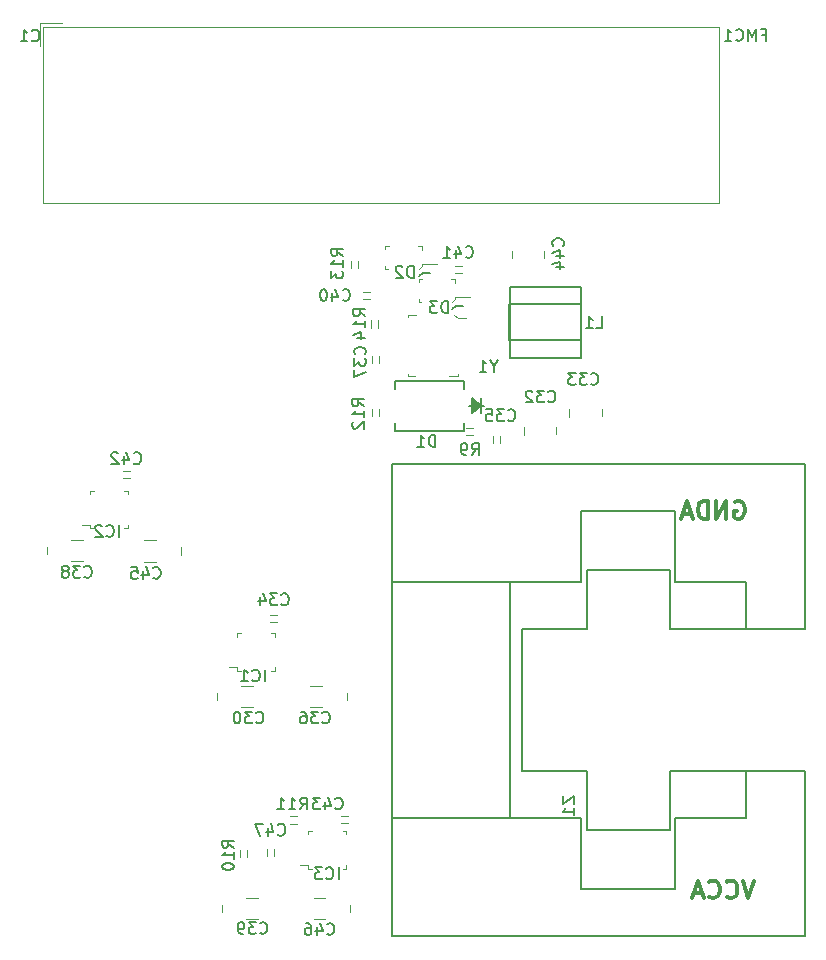
<source format=gbr>
%TF.GenerationSoftware,KiCad,Pcbnew,(5.0.0-rc2-dev-581-g09a6bada0)*%
%TF.CreationDate,2018-07-03T10:36:25-06:00*%
%TF.ProjectId,Sensor_FMC_LPC_Breakout_V02,53656E736F725F464D435F4C50435F42,01*%
%TF.SameCoordinates,Original*%
%TF.FileFunction,Legend,Bot*%
%TF.FilePolarity,Positive*%
%FSLAX46Y46*%
G04 Gerber Fmt 4.6, Leading zero omitted, Abs format (unit mm)*
G04 Created by KiCad (PCBNEW (5.0.0-rc2-dev-581-g09a6bada0)) date 07/03/18 10:36:25*
%MOMM*%
%LPD*%
G01*
G04 APERTURE LIST*
%ADD10C,0.300000*%
%ADD11C,0.200000*%
%ADD12C,0.100000*%
%ADD13C,0.120000*%
%ADD14C,0.152400*%
%ADD15C,0.150000*%
G04 APERTURE END LIST*
D10*
X95035714Y-92690000D02*
X95178571Y-92618571D01*
X95392857Y-92618571D01*
X95607142Y-92690000D01*
X95750000Y-92832857D01*
X95821428Y-92975714D01*
X95892857Y-93261428D01*
X95892857Y-93475714D01*
X95821428Y-93761428D01*
X95750000Y-93904285D01*
X95607142Y-94047142D01*
X95392857Y-94118571D01*
X95250000Y-94118571D01*
X95035714Y-94047142D01*
X94964285Y-93975714D01*
X94964285Y-93475714D01*
X95250000Y-93475714D01*
X94321428Y-94118571D02*
X94321428Y-92618571D01*
X93464285Y-94118571D01*
X93464285Y-92618571D01*
X92750000Y-94118571D02*
X92750000Y-92618571D01*
X92392857Y-92618571D01*
X92178571Y-92690000D01*
X92035714Y-92832857D01*
X91964285Y-92975714D01*
X91892857Y-93261428D01*
X91892857Y-93475714D01*
X91964285Y-93761428D01*
X92035714Y-93904285D01*
X92178571Y-94047142D01*
X92392857Y-94118571D01*
X92750000Y-94118571D01*
X91321428Y-93690000D02*
X90607142Y-93690000D01*
X91464285Y-94118571D02*
X90964285Y-92618571D01*
X90464285Y-94118571D01*
X96682857Y-124758571D02*
X96182857Y-126258571D01*
X95682857Y-124758571D01*
X94325714Y-126115714D02*
X94397142Y-126187142D01*
X94611428Y-126258571D01*
X94754285Y-126258571D01*
X94968571Y-126187142D01*
X95111428Y-126044285D01*
X95182857Y-125901428D01*
X95254285Y-125615714D01*
X95254285Y-125401428D01*
X95182857Y-125115714D01*
X95111428Y-124972857D01*
X94968571Y-124830000D01*
X94754285Y-124758571D01*
X94611428Y-124758571D01*
X94397142Y-124830000D01*
X94325714Y-124901428D01*
X92825714Y-126115714D02*
X92897142Y-126187142D01*
X93111428Y-126258571D01*
X93254285Y-126258571D01*
X93468571Y-126187142D01*
X93611428Y-126044285D01*
X93682857Y-125901428D01*
X93754285Y-125615714D01*
X93754285Y-125401428D01*
X93682857Y-125115714D01*
X93611428Y-124972857D01*
X93468571Y-124830000D01*
X93254285Y-124758571D01*
X93111428Y-124758571D01*
X92897142Y-124830000D01*
X92825714Y-124901428D01*
X92254285Y-125830000D02*
X91540000Y-125830000D01*
X92397142Y-126258571D02*
X91897142Y-124758571D01*
X91397142Y-126258571D01*
D11*
X101000000Y-103450000D02*
X101000000Y-89450000D01*
X101000000Y-115450000D02*
X101000000Y-129450000D01*
X96000000Y-119450000D02*
X96000000Y-115450000D01*
X96000000Y-99450000D02*
X96000000Y-103450000D01*
X95000000Y-115450000D02*
X101000000Y-115450000D01*
X95000000Y-103450000D02*
X101000000Y-103450000D01*
X66000000Y-89450000D02*
X101000000Y-89450000D01*
X66000000Y-129450000D02*
X101000000Y-129450000D01*
X76000000Y-119450000D02*
X82000000Y-119450000D01*
X90000000Y-99450000D02*
X96000000Y-99450000D01*
X90000000Y-93450000D02*
X90000000Y-99450000D01*
X82000000Y-93450000D02*
X90000000Y-93450000D01*
X82000000Y-99450000D02*
X82000000Y-93450000D01*
X76000000Y-99450000D02*
X82000000Y-99450000D01*
X76000000Y-119450000D02*
X76000000Y-99450000D01*
X82000000Y-125450000D02*
X82000000Y-119450000D01*
X90000000Y-125450000D02*
X82000000Y-125450000D01*
X90000000Y-119450000D02*
X90000000Y-125450000D01*
X96000000Y-119450000D02*
X90000000Y-119450000D01*
X89500000Y-103450000D02*
X95000000Y-103450000D01*
X77000000Y-103450000D02*
X82500000Y-103450000D01*
X89500000Y-98450000D02*
X89500000Y-103450000D01*
X82500000Y-98450000D02*
X89500000Y-98450000D01*
X82500000Y-103450000D02*
X82500000Y-98450000D01*
X78000000Y-115450000D02*
X82500000Y-115450000D01*
X89500000Y-115450000D02*
X95000000Y-115450000D01*
X89500000Y-120450000D02*
X89500000Y-115450000D01*
X82500000Y-120450000D02*
X89500000Y-120450000D01*
X82500000Y-115450000D02*
X82500000Y-120450000D01*
X77000000Y-115450000D02*
X77000000Y-103450000D01*
X78000000Y-115450000D02*
X77000000Y-115450000D01*
X66000000Y-89450000D02*
X66000000Y-129450000D01*
X76000000Y-99450000D02*
X66000000Y-99450000D01*
X76000000Y-119450000D02*
X66000000Y-119450000D01*
D12*
X71325000Y-75500000D02*
X71350000Y-75475000D01*
X71350000Y-75475000D02*
X71350000Y-75350000D01*
X71050000Y-75750000D02*
X71325000Y-75500000D01*
X71350000Y-75350000D02*
X72575000Y-75350000D01*
X71000000Y-73825000D02*
X71350000Y-73825000D01*
X71350000Y-73825000D02*
X71350000Y-74150000D01*
X68250000Y-75525000D02*
X68250000Y-75775000D01*
X68250000Y-75775000D02*
X68500000Y-75775000D01*
X68550000Y-73825000D02*
X68250000Y-73825000D01*
X68250000Y-73825000D02*
X68250000Y-74050000D01*
D11*
X72050000Y-76100000D02*
X71400000Y-76100000D01*
X71400000Y-76100000D02*
X71100000Y-76350000D01*
D12*
X68525000Y-72700000D02*
X68550000Y-72675000D01*
X68550000Y-72675000D02*
X68550000Y-72550000D01*
X68250000Y-72950000D02*
X68525000Y-72700000D01*
X68550000Y-72550000D02*
X69775000Y-72550000D01*
X68200000Y-71025000D02*
X68550000Y-71025000D01*
X68550000Y-71025000D02*
X68550000Y-71350000D01*
X65450000Y-72725000D02*
X65450000Y-72975000D01*
X65450000Y-72975000D02*
X65700000Y-72975000D01*
X65750000Y-71025000D02*
X65450000Y-71025000D01*
X65450000Y-71025000D02*
X65450000Y-71250000D01*
D11*
X69250000Y-73300000D02*
X68600000Y-73300000D01*
X68600000Y-73300000D02*
X68300000Y-73550000D01*
X76000000Y-74500000D02*
X76000000Y-80500000D01*
X82000000Y-74500000D02*
X76000000Y-74500000D01*
X82000000Y-80500000D02*
X82000000Y-74500000D01*
X76000000Y-80500000D02*
X82000000Y-80500000D01*
X75952000Y-75976000D02*
X75952000Y-79024000D01*
X82048000Y-75976000D02*
X75952000Y-75976000D01*
X82048000Y-79024000D02*
X82048000Y-75976000D01*
X75952000Y-79024000D02*
X82048000Y-79024000D01*
D13*
X36160000Y-52170000D02*
X38060000Y-52170000D01*
X36160000Y-54070000D02*
X36160000Y-52170000D01*
X93670000Y-52460000D02*
X36450000Y-52460000D01*
X93670000Y-67360000D02*
X93670000Y-52460000D01*
X36450000Y-67360000D02*
X93670000Y-67360000D01*
X36450000Y-52460000D02*
X36450000Y-67360000D01*
D12*
X83750000Y-84825000D02*
X83750000Y-85465000D01*
X81010000Y-84825000D02*
X81010000Y-85475000D01*
X51150000Y-109450000D02*
X51150000Y-108850000D01*
X53750000Y-108250000D02*
X53250000Y-108250000D01*
X53750000Y-108250000D02*
X54250000Y-108250000D01*
X53750000Y-110050000D02*
X53250000Y-110050000D01*
X53750000Y-110050000D02*
X54250000Y-110050000D01*
X79900000Y-86345000D02*
X79900000Y-86985000D01*
X77160000Y-86345000D02*
X77160000Y-86995000D01*
D13*
X56300000Y-102860000D02*
X55700000Y-102860000D01*
X56300000Y-102260000D02*
X55700000Y-102260000D01*
X75160000Y-87090000D02*
X75160000Y-87690000D01*
X74560000Y-87090000D02*
X74560000Y-87690000D01*
D12*
X62170000Y-108860000D02*
X62170000Y-109460000D01*
X59570000Y-110060000D02*
X60070000Y-110060000D01*
X59570000Y-110060000D02*
X59070000Y-110060000D01*
X59570000Y-108260000D02*
X60070000Y-108260000D01*
X59570000Y-108260000D02*
X59070000Y-108260000D01*
D13*
X64290000Y-80960000D02*
X64290000Y-80360000D01*
X64890000Y-80960000D02*
X64890000Y-80360000D01*
D12*
X36760000Y-97120000D02*
X36760000Y-96520000D01*
X39360000Y-95920000D02*
X38860000Y-95920000D01*
X39360000Y-95920000D02*
X39860000Y-95920000D01*
X39360000Y-97720000D02*
X38860000Y-97720000D01*
X39360000Y-97720000D02*
X39860000Y-97720000D01*
X51570000Y-127400000D02*
X51570000Y-126800000D01*
X54170000Y-126200000D02*
X53670000Y-126200000D01*
X54170000Y-126200000D02*
X54670000Y-126200000D01*
X54170000Y-128000000D02*
X53670000Y-128000000D01*
X54170000Y-128000000D02*
X54670000Y-128000000D01*
D13*
X64180000Y-75550000D02*
X63580000Y-75550000D01*
X64180000Y-74950000D02*
X63580000Y-74950000D01*
X71900000Y-72700000D02*
X71300000Y-72700000D01*
X71900000Y-73300000D02*
X71300000Y-73300000D01*
X43840000Y-90670000D02*
X43240000Y-90670000D01*
X43840000Y-90070000D02*
X43240000Y-90070000D01*
X62310000Y-119880000D02*
X61710000Y-119880000D01*
X62310000Y-119280000D02*
X61710000Y-119280000D01*
D12*
X76140000Y-72090000D02*
X76140000Y-71450000D01*
X78880000Y-72090000D02*
X78880000Y-71440000D01*
X48120000Y-96560000D02*
X48120000Y-97160000D01*
X45520000Y-97760000D02*
X46020000Y-97760000D01*
X45520000Y-97760000D02*
X45020000Y-97760000D01*
X45520000Y-95960000D02*
X46020000Y-95960000D01*
X45520000Y-95960000D02*
X45020000Y-95960000D01*
X62470000Y-126810000D02*
X62470000Y-127410000D01*
X59870000Y-128010000D02*
X60370000Y-128010000D01*
X59870000Y-128010000D02*
X59370000Y-128010000D01*
X59870000Y-126210000D02*
X60370000Y-126210000D01*
X59870000Y-126210000D02*
X59370000Y-126210000D01*
D13*
X55410000Y-122670000D02*
X55410000Y-122070000D01*
X56010000Y-122670000D02*
X56010000Y-122070000D01*
D14*
X72513001Y-84560000D02*
X73783001Y-84560000D01*
X73529001Y-83925000D02*
X73529001Y-85195000D01*
X73529001Y-84560000D02*
X72767001Y-83925000D01*
X73529001Y-84560000D02*
X72767001Y-84052000D01*
X73529001Y-84560000D02*
X72767001Y-84179000D01*
X73529001Y-84560000D02*
X72767001Y-84306000D01*
X73529001Y-84560000D02*
X72767001Y-84433000D01*
X73529001Y-84560000D02*
X72767001Y-85195000D01*
X73529001Y-84560000D02*
X72767001Y-85068000D01*
X73529001Y-84560000D02*
X72767001Y-84941000D01*
X73529001Y-84560000D02*
X72767001Y-84814000D01*
X73529001Y-84560000D02*
X72767001Y-84687000D01*
X72767001Y-83925000D02*
X72767001Y-85195000D01*
X72132001Y-86657000D02*
X66287999Y-86657000D01*
X66287999Y-86657000D02*
X66287999Y-85997740D01*
X66287999Y-82463000D02*
X72132001Y-82463000D01*
X72132001Y-82463000D02*
X72132001Y-83122260D01*
X72132001Y-85997740D02*
X72132001Y-86657000D01*
X66287999Y-83122260D02*
X66287999Y-82463000D01*
D12*
X53200000Y-103820000D02*
X52900000Y-103820000D01*
X52900000Y-103820000D02*
X52900000Y-104120000D01*
X53200000Y-107020000D02*
X52900000Y-107020000D01*
X52900000Y-107020000D02*
X52900000Y-106720000D01*
X52900000Y-106720000D02*
X52200000Y-106720000D01*
X56100000Y-106720000D02*
X56100000Y-107020000D01*
X56100000Y-107020000D02*
X55800000Y-107020000D01*
X56100000Y-104120000D02*
X56100000Y-103820000D01*
X56100000Y-103820000D02*
X55800000Y-103820000D01*
X40740000Y-91750000D02*
X40440000Y-91750000D01*
X40440000Y-91750000D02*
X40440000Y-92050000D01*
X40740000Y-94950000D02*
X40440000Y-94950000D01*
X40440000Y-94950000D02*
X40440000Y-94650000D01*
X40440000Y-94650000D02*
X39740000Y-94650000D01*
X43640000Y-94650000D02*
X43640000Y-94950000D01*
X43640000Y-94950000D02*
X43340000Y-94950000D01*
X43640000Y-92050000D02*
X43640000Y-91750000D01*
X43640000Y-91750000D02*
X43340000Y-91750000D01*
X59220000Y-120540000D02*
X58920000Y-120540000D01*
X58920000Y-120540000D02*
X58920000Y-120840000D01*
X59220000Y-123740000D02*
X58920000Y-123740000D01*
X58920000Y-123740000D02*
X58920000Y-123440000D01*
X58920000Y-123440000D02*
X58220000Y-123440000D01*
X62120000Y-123440000D02*
X62120000Y-123740000D01*
X62120000Y-123740000D02*
X61820000Y-123740000D01*
X62120000Y-120840000D02*
X62120000Y-120540000D01*
X62120000Y-120540000D02*
X61820000Y-120540000D01*
D13*
X72300000Y-86440000D02*
X72900000Y-86440000D01*
X72300000Y-87040000D02*
X72900000Y-87040000D01*
X53710000Y-122160000D02*
X53710000Y-122760000D01*
X53110000Y-122160000D02*
X53110000Y-122760000D01*
X57940000Y-119930000D02*
X57340000Y-119930000D01*
X57940000Y-119330000D02*
X57340000Y-119330000D01*
X64290000Y-85400000D02*
X64290000Y-84800000D01*
X64890000Y-85400000D02*
X64890000Y-84800000D01*
X62500000Y-72900000D02*
X62500000Y-72300000D01*
X63100000Y-72900000D02*
X63100000Y-72300000D01*
X64240000Y-77940000D02*
X64240000Y-77340000D01*
X64840000Y-77940000D02*
X64840000Y-77340000D01*
D12*
X71570000Y-81850000D02*
X71570000Y-82050000D01*
X71570000Y-82050000D02*
X70870000Y-82050000D01*
X67370000Y-81850000D02*
X67370000Y-82050000D01*
X67370000Y-82050000D02*
X67970000Y-82050000D01*
X68070000Y-76850000D02*
X67370000Y-76850000D01*
X67370000Y-76850000D02*
X67370000Y-77050000D01*
X71270000Y-76850000D02*
X71570000Y-77150000D01*
X71570000Y-77150000D02*
X72270000Y-77150000D01*
D15*
X80452380Y-117640476D02*
X80452380Y-118307142D01*
X81452380Y-117640476D01*
X81452380Y-118307142D01*
X81452380Y-119211904D02*
X81452380Y-118640476D01*
X81452380Y-118926190D02*
X80452380Y-118926190D01*
X80595238Y-118830952D01*
X80690476Y-118735714D01*
X80738095Y-118640476D01*
X70738095Y-76702380D02*
X70738095Y-75702380D01*
X70500000Y-75702380D01*
X70357142Y-75750000D01*
X70261904Y-75845238D01*
X70214285Y-75940476D01*
X70166666Y-76130952D01*
X70166666Y-76273809D01*
X70214285Y-76464285D01*
X70261904Y-76559523D01*
X70357142Y-76654761D01*
X70500000Y-76702380D01*
X70738095Y-76702380D01*
X69833333Y-75702380D02*
X69214285Y-75702380D01*
X69547619Y-76083333D01*
X69404761Y-76083333D01*
X69309523Y-76130952D01*
X69261904Y-76178571D01*
X69214285Y-76273809D01*
X69214285Y-76511904D01*
X69261904Y-76607142D01*
X69309523Y-76654761D01*
X69404761Y-76702380D01*
X69690476Y-76702380D01*
X69785714Y-76654761D01*
X69833333Y-76607142D01*
X67838095Y-73702380D02*
X67838095Y-72702380D01*
X67600000Y-72702380D01*
X67457142Y-72750000D01*
X67361904Y-72845238D01*
X67314285Y-72940476D01*
X67266666Y-73130952D01*
X67266666Y-73273809D01*
X67314285Y-73464285D01*
X67361904Y-73559523D01*
X67457142Y-73654761D01*
X67600000Y-73702380D01*
X67838095Y-73702380D01*
X66885714Y-72797619D02*
X66838095Y-72750000D01*
X66742857Y-72702380D01*
X66504761Y-72702380D01*
X66409523Y-72750000D01*
X66361904Y-72797619D01*
X66314285Y-72892857D01*
X66314285Y-72988095D01*
X66361904Y-73130952D01*
X66933333Y-73702380D01*
X66314285Y-73702380D01*
X83266666Y-78002380D02*
X83742857Y-78002380D01*
X83742857Y-77002380D01*
X82409523Y-78002380D02*
X82980952Y-78002380D01*
X82695238Y-78002380D02*
X82695238Y-77002380D01*
X82790476Y-77145238D01*
X82885714Y-77240476D01*
X82980952Y-77288095D01*
X97364761Y-53138571D02*
X97698095Y-53138571D01*
X97698095Y-53662380D02*
X97698095Y-52662380D01*
X97221904Y-52662380D01*
X96840952Y-53662380D02*
X96840952Y-52662380D01*
X96507619Y-53376666D01*
X96174285Y-52662380D01*
X96174285Y-53662380D01*
X95126666Y-53567142D02*
X95174285Y-53614761D01*
X95317142Y-53662380D01*
X95412380Y-53662380D01*
X95555238Y-53614761D01*
X95650476Y-53519523D01*
X95698095Y-53424285D01*
X95745714Y-53233809D01*
X95745714Y-53090952D01*
X95698095Y-52900476D01*
X95650476Y-52805238D01*
X95555238Y-52710000D01*
X95412380Y-52662380D01*
X95317142Y-52662380D01*
X95174285Y-52710000D01*
X95126666Y-52757619D01*
X94174285Y-53662380D02*
X94745714Y-53662380D01*
X94460000Y-53662380D02*
X94460000Y-52662380D01*
X94555238Y-52805238D01*
X94650476Y-52900476D01*
X94745714Y-52948095D01*
X35508666Y-53612342D02*
X35556285Y-53659961D01*
X35699142Y-53707580D01*
X35794380Y-53707580D01*
X35937238Y-53659961D01*
X36032476Y-53564723D01*
X36080095Y-53469485D01*
X36127714Y-53279009D01*
X36127714Y-53136152D01*
X36080095Y-52945676D01*
X36032476Y-52850438D01*
X35937238Y-52755200D01*
X35794380Y-52707580D01*
X35699142Y-52707580D01*
X35556285Y-52755200D01*
X35508666Y-52802819D01*
X34556285Y-53707580D02*
X35127714Y-53707580D01*
X34842000Y-53707580D02*
X34842000Y-52707580D01*
X34937238Y-52850438D01*
X35032476Y-52945676D01*
X35127714Y-52993295D01*
X82842857Y-82687142D02*
X82890476Y-82734761D01*
X83033333Y-82782380D01*
X83128571Y-82782380D01*
X83271428Y-82734761D01*
X83366666Y-82639523D01*
X83414285Y-82544285D01*
X83461904Y-82353809D01*
X83461904Y-82210952D01*
X83414285Y-82020476D01*
X83366666Y-81925238D01*
X83271428Y-81830000D01*
X83128571Y-81782380D01*
X83033333Y-81782380D01*
X82890476Y-81830000D01*
X82842857Y-81877619D01*
X82509523Y-81782380D02*
X81890476Y-81782380D01*
X82223809Y-82163333D01*
X82080952Y-82163333D01*
X81985714Y-82210952D01*
X81938095Y-82258571D01*
X81890476Y-82353809D01*
X81890476Y-82591904D01*
X81938095Y-82687142D01*
X81985714Y-82734761D01*
X82080952Y-82782380D01*
X82366666Y-82782380D01*
X82461904Y-82734761D01*
X82509523Y-82687142D01*
X81557142Y-81782380D02*
X80938095Y-81782380D01*
X81271428Y-82163333D01*
X81128571Y-82163333D01*
X81033333Y-82210952D01*
X80985714Y-82258571D01*
X80938095Y-82353809D01*
X80938095Y-82591904D01*
X80985714Y-82687142D01*
X81033333Y-82734761D01*
X81128571Y-82782380D01*
X81414285Y-82782380D01*
X81509523Y-82734761D01*
X81557142Y-82687142D01*
X54492857Y-111357142D02*
X54540476Y-111404761D01*
X54683333Y-111452380D01*
X54778571Y-111452380D01*
X54921428Y-111404761D01*
X55016666Y-111309523D01*
X55064285Y-111214285D01*
X55111904Y-111023809D01*
X55111904Y-110880952D01*
X55064285Y-110690476D01*
X55016666Y-110595238D01*
X54921428Y-110500000D01*
X54778571Y-110452380D01*
X54683333Y-110452380D01*
X54540476Y-110500000D01*
X54492857Y-110547619D01*
X54159523Y-110452380D02*
X53540476Y-110452380D01*
X53873809Y-110833333D01*
X53730952Y-110833333D01*
X53635714Y-110880952D01*
X53588095Y-110928571D01*
X53540476Y-111023809D01*
X53540476Y-111261904D01*
X53588095Y-111357142D01*
X53635714Y-111404761D01*
X53730952Y-111452380D01*
X54016666Y-111452380D01*
X54111904Y-111404761D01*
X54159523Y-111357142D01*
X52921428Y-110452380D02*
X52826190Y-110452380D01*
X52730952Y-110500000D01*
X52683333Y-110547619D01*
X52635714Y-110642857D01*
X52588095Y-110833333D01*
X52588095Y-111071428D01*
X52635714Y-111261904D01*
X52683333Y-111357142D01*
X52730952Y-111404761D01*
X52826190Y-111452380D01*
X52921428Y-111452380D01*
X53016666Y-111404761D01*
X53064285Y-111357142D01*
X53111904Y-111261904D01*
X53159523Y-111071428D01*
X53159523Y-110833333D01*
X53111904Y-110642857D01*
X53064285Y-110547619D01*
X53016666Y-110500000D01*
X52921428Y-110452380D01*
X79212857Y-84187142D02*
X79260476Y-84234761D01*
X79403333Y-84282380D01*
X79498571Y-84282380D01*
X79641428Y-84234761D01*
X79736666Y-84139523D01*
X79784285Y-84044285D01*
X79831904Y-83853809D01*
X79831904Y-83710952D01*
X79784285Y-83520476D01*
X79736666Y-83425238D01*
X79641428Y-83330000D01*
X79498571Y-83282380D01*
X79403333Y-83282380D01*
X79260476Y-83330000D01*
X79212857Y-83377619D01*
X78879523Y-83282380D02*
X78260476Y-83282380D01*
X78593809Y-83663333D01*
X78450952Y-83663333D01*
X78355714Y-83710952D01*
X78308095Y-83758571D01*
X78260476Y-83853809D01*
X78260476Y-84091904D01*
X78308095Y-84187142D01*
X78355714Y-84234761D01*
X78450952Y-84282380D01*
X78736666Y-84282380D01*
X78831904Y-84234761D01*
X78879523Y-84187142D01*
X77879523Y-83377619D02*
X77831904Y-83330000D01*
X77736666Y-83282380D01*
X77498571Y-83282380D01*
X77403333Y-83330000D01*
X77355714Y-83377619D01*
X77308095Y-83472857D01*
X77308095Y-83568095D01*
X77355714Y-83710952D01*
X77927142Y-84282380D01*
X77308095Y-84282380D01*
X56642857Y-101357142D02*
X56690476Y-101404761D01*
X56833333Y-101452380D01*
X56928571Y-101452380D01*
X57071428Y-101404761D01*
X57166666Y-101309523D01*
X57214285Y-101214285D01*
X57261904Y-101023809D01*
X57261904Y-100880952D01*
X57214285Y-100690476D01*
X57166666Y-100595238D01*
X57071428Y-100500000D01*
X56928571Y-100452380D01*
X56833333Y-100452380D01*
X56690476Y-100500000D01*
X56642857Y-100547619D01*
X56309523Y-100452380D02*
X55690476Y-100452380D01*
X56023809Y-100833333D01*
X55880952Y-100833333D01*
X55785714Y-100880952D01*
X55738095Y-100928571D01*
X55690476Y-101023809D01*
X55690476Y-101261904D01*
X55738095Y-101357142D01*
X55785714Y-101404761D01*
X55880952Y-101452380D01*
X56166666Y-101452380D01*
X56261904Y-101404761D01*
X56309523Y-101357142D01*
X54833333Y-100785714D02*
X54833333Y-101452380D01*
X55071428Y-100404761D02*
X55309523Y-101119047D01*
X54690476Y-101119047D01*
X75832857Y-85767142D02*
X75880476Y-85814761D01*
X76023333Y-85862380D01*
X76118571Y-85862380D01*
X76261428Y-85814761D01*
X76356666Y-85719523D01*
X76404285Y-85624285D01*
X76451904Y-85433809D01*
X76451904Y-85290952D01*
X76404285Y-85100476D01*
X76356666Y-85005238D01*
X76261428Y-84910000D01*
X76118571Y-84862380D01*
X76023333Y-84862380D01*
X75880476Y-84910000D01*
X75832857Y-84957619D01*
X75499523Y-84862380D02*
X74880476Y-84862380D01*
X75213809Y-85243333D01*
X75070952Y-85243333D01*
X74975714Y-85290952D01*
X74928095Y-85338571D01*
X74880476Y-85433809D01*
X74880476Y-85671904D01*
X74928095Y-85767142D01*
X74975714Y-85814761D01*
X75070952Y-85862380D01*
X75356666Y-85862380D01*
X75451904Y-85814761D01*
X75499523Y-85767142D01*
X73975714Y-84862380D02*
X74451904Y-84862380D01*
X74499523Y-85338571D01*
X74451904Y-85290952D01*
X74356666Y-85243333D01*
X74118571Y-85243333D01*
X74023333Y-85290952D01*
X73975714Y-85338571D01*
X73928095Y-85433809D01*
X73928095Y-85671904D01*
X73975714Y-85767142D01*
X74023333Y-85814761D01*
X74118571Y-85862380D01*
X74356666Y-85862380D01*
X74451904Y-85814761D01*
X74499523Y-85767142D01*
X60112857Y-111357142D02*
X60160476Y-111404761D01*
X60303333Y-111452380D01*
X60398571Y-111452380D01*
X60541428Y-111404761D01*
X60636666Y-111309523D01*
X60684285Y-111214285D01*
X60731904Y-111023809D01*
X60731904Y-110880952D01*
X60684285Y-110690476D01*
X60636666Y-110595238D01*
X60541428Y-110500000D01*
X60398571Y-110452380D01*
X60303333Y-110452380D01*
X60160476Y-110500000D01*
X60112857Y-110547619D01*
X59779523Y-110452380D02*
X59160476Y-110452380D01*
X59493809Y-110833333D01*
X59350952Y-110833333D01*
X59255714Y-110880952D01*
X59208095Y-110928571D01*
X59160476Y-111023809D01*
X59160476Y-111261904D01*
X59208095Y-111357142D01*
X59255714Y-111404761D01*
X59350952Y-111452380D01*
X59636666Y-111452380D01*
X59731904Y-111404761D01*
X59779523Y-111357142D01*
X58303333Y-110452380D02*
X58493809Y-110452380D01*
X58589047Y-110500000D01*
X58636666Y-110547619D01*
X58731904Y-110690476D01*
X58779523Y-110880952D01*
X58779523Y-111261904D01*
X58731904Y-111357142D01*
X58684285Y-111404761D01*
X58589047Y-111452380D01*
X58398571Y-111452380D01*
X58303333Y-111404761D01*
X58255714Y-111357142D01*
X58208095Y-111261904D01*
X58208095Y-111023809D01*
X58255714Y-110928571D01*
X58303333Y-110880952D01*
X58398571Y-110833333D01*
X58589047Y-110833333D01*
X58684285Y-110880952D01*
X58731904Y-110928571D01*
X58779523Y-111023809D01*
X63707142Y-80207142D02*
X63754761Y-80159523D01*
X63802380Y-80016666D01*
X63802380Y-79921428D01*
X63754761Y-79778571D01*
X63659523Y-79683333D01*
X63564285Y-79635714D01*
X63373809Y-79588095D01*
X63230952Y-79588095D01*
X63040476Y-79635714D01*
X62945238Y-79683333D01*
X62850000Y-79778571D01*
X62802380Y-79921428D01*
X62802380Y-80016666D01*
X62850000Y-80159523D01*
X62897619Y-80207142D01*
X62802380Y-80540476D02*
X62802380Y-81159523D01*
X63183333Y-80826190D01*
X63183333Y-80969047D01*
X63230952Y-81064285D01*
X63278571Y-81111904D01*
X63373809Y-81159523D01*
X63611904Y-81159523D01*
X63707142Y-81111904D01*
X63754761Y-81064285D01*
X63802380Y-80969047D01*
X63802380Y-80683333D01*
X63754761Y-80588095D01*
X63707142Y-80540476D01*
X62802380Y-81492857D02*
X62802380Y-82159523D01*
X63802380Y-81730952D01*
X39962857Y-99027142D02*
X40010476Y-99074761D01*
X40153333Y-99122380D01*
X40248571Y-99122380D01*
X40391428Y-99074761D01*
X40486666Y-98979523D01*
X40534285Y-98884285D01*
X40581904Y-98693809D01*
X40581904Y-98550952D01*
X40534285Y-98360476D01*
X40486666Y-98265238D01*
X40391428Y-98170000D01*
X40248571Y-98122380D01*
X40153333Y-98122380D01*
X40010476Y-98170000D01*
X39962857Y-98217619D01*
X39629523Y-98122380D02*
X39010476Y-98122380D01*
X39343809Y-98503333D01*
X39200952Y-98503333D01*
X39105714Y-98550952D01*
X39058095Y-98598571D01*
X39010476Y-98693809D01*
X39010476Y-98931904D01*
X39058095Y-99027142D01*
X39105714Y-99074761D01*
X39200952Y-99122380D01*
X39486666Y-99122380D01*
X39581904Y-99074761D01*
X39629523Y-99027142D01*
X38439047Y-98550952D02*
X38534285Y-98503333D01*
X38581904Y-98455714D01*
X38629523Y-98360476D01*
X38629523Y-98312857D01*
X38581904Y-98217619D01*
X38534285Y-98170000D01*
X38439047Y-98122380D01*
X38248571Y-98122380D01*
X38153333Y-98170000D01*
X38105714Y-98217619D01*
X38058095Y-98312857D01*
X38058095Y-98360476D01*
X38105714Y-98455714D01*
X38153333Y-98503333D01*
X38248571Y-98550952D01*
X38439047Y-98550952D01*
X38534285Y-98598571D01*
X38581904Y-98646190D01*
X38629523Y-98741428D01*
X38629523Y-98931904D01*
X38581904Y-99027142D01*
X38534285Y-99074761D01*
X38439047Y-99122380D01*
X38248571Y-99122380D01*
X38153333Y-99074761D01*
X38105714Y-99027142D01*
X38058095Y-98931904D01*
X38058095Y-98741428D01*
X38105714Y-98646190D01*
X38153333Y-98598571D01*
X38248571Y-98550952D01*
X54832857Y-129177142D02*
X54880476Y-129224761D01*
X55023333Y-129272380D01*
X55118571Y-129272380D01*
X55261428Y-129224761D01*
X55356666Y-129129523D01*
X55404285Y-129034285D01*
X55451904Y-128843809D01*
X55451904Y-128700952D01*
X55404285Y-128510476D01*
X55356666Y-128415238D01*
X55261428Y-128320000D01*
X55118571Y-128272380D01*
X55023333Y-128272380D01*
X54880476Y-128320000D01*
X54832857Y-128367619D01*
X54499523Y-128272380D02*
X53880476Y-128272380D01*
X54213809Y-128653333D01*
X54070952Y-128653333D01*
X53975714Y-128700952D01*
X53928095Y-128748571D01*
X53880476Y-128843809D01*
X53880476Y-129081904D01*
X53928095Y-129177142D01*
X53975714Y-129224761D01*
X54070952Y-129272380D01*
X54356666Y-129272380D01*
X54451904Y-129224761D01*
X54499523Y-129177142D01*
X53404285Y-129272380D02*
X53213809Y-129272380D01*
X53118571Y-129224761D01*
X53070952Y-129177142D01*
X52975714Y-129034285D01*
X52928095Y-128843809D01*
X52928095Y-128462857D01*
X52975714Y-128367619D01*
X53023333Y-128320000D01*
X53118571Y-128272380D01*
X53309047Y-128272380D01*
X53404285Y-128320000D01*
X53451904Y-128367619D01*
X53499523Y-128462857D01*
X53499523Y-128700952D01*
X53451904Y-128796190D01*
X53404285Y-128843809D01*
X53309047Y-128891428D01*
X53118571Y-128891428D01*
X53023333Y-128843809D01*
X52975714Y-128796190D01*
X52928095Y-128700952D01*
X61822857Y-75587142D02*
X61870476Y-75634761D01*
X62013333Y-75682380D01*
X62108571Y-75682380D01*
X62251428Y-75634761D01*
X62346666Y-75539523D01*
X62394285Y-75444285D01*
X62441904Y-75253809D01*
X62441904Y-75110952D01*
X62394285Y-74920476D01*
X62346666Y-74825238D01*
X62251428Y-74730000D01*
X62108571Y-74682380D01*
X62013333Y-74682380D01*
X61870476Y-74730000D01*
X61822857Y-74777619D01*
X60965714Y-75015714D02*
X60965714Y-75682380D01*
X61203809Y-74634761D02*
X61441904Y-75349047D01*
X60822857Y-75349047D01*
X60251428Y-74682380D02*
X60156190Y-74682380D01*
X60060952Y-74730000D01*
X60013333Y-74777619D01*
X59965714Y-74872857D01*
X59918095Y-75063333D01*
X59918095Y-75301428D01*
X59965714Y-75491904D01*
X60013333Y-75587142D01*
X60060952Y-75634761D01*
X60156190Y-75682380D01*
X60251428Y-75682380D01*
X60346666Y-75634761D01*
X60394285Y-75587142D01*
X60441904Y-75491904D01*
X60489523Y-75301428D01*
X60489523Y-75063333D01*
X60441904Y-74872857D01*
X60394285Y-74777619D01*
X60346666Y-74730000D01*
X60251428Y-74682380D01*
X72242857Y-71957142D02*
X72290476Y-72004761D01*
X72433333Y-72052380D01*
X72528571Y-72052380D01*
X72671428Y-72004761D01*
X72766666Y-71909523D01*
X72814285Y-71814285D01*
X72861904Y-71623809D01*
X72861904Y-71480952D01*
X72814285Y-71290476D01*
X72766666Y-71195238D01*
X72671428Y-71100000D01*
X72528571Y-71052380D01*
X72433333Y-71052380D01*
X72290476Y-71100000D01*
X72242857Y-71147619D01*
X71385714Y-71385714D02*
X71385714Y-72052380D01*
X71623809Y-71004761D02*
X71861904Y-71719047D01*
X71242857Y-71719047D01*
X70338095Y-72052380D02*
X70909523Y-72052380D01*
X70623809Y-72052380D02*
X70623809Y-71052380D01*
X70719047Y-71195238D01*
X70814285Y-71290476D01*
X70909523Y-71338095D01*
X44142857Y-89407142D02*
X44190476Y-89454761D01*
X44333333Y-89502380D01*
X44428571Y-89502380D01*
X44571428Y-89454761D01*
X44666666Y-89359523D01*
X44714285Y-89264285D01*
X44761904Y-89073809D01*
X44761904Y-88930952D01*
X44714285Y-88740476D01*
X44666666Y-88645238D01*
X44571428Y-88550000D01*
X44428571Y-88502380D01*
X44333333Y-88502380D01*
X44190476Y-88550000D01*
X44142857Y-88597619D01*
X43285714Y-88835714D02*
X43285714Y-89502380D01*
X43523809Y-88454761D02*
X43761904Y-89169047D01*
X43142857Y-89169047D01*
X42809523Y-88597619D02*
X42761904Y-88550000D01*
X42666666Y-88502380D01*
X42428571Y-88502380D01*
X42333333Y-88550000D01*
X42285714Y-88597619D01*
X42238095Y-88692857D01*
X42238095Y-88788095D01*
X42285714Y-88930952D01*
X42857142Y-89502380D01*
X42238095Y-89502380D01*
X61202857Y-118647142D02*
X61250476Y-118694761D01*
X61393333Y-118742380D01*
X61488571Y-118742380D01*
X61631428Y-118694761D01*
X61726666Y-118599523D01*
X61774285Y-118504285D01*
X61821904Y-118313809D01*
X61821904Y-118170952D01*
X61774285Y-117980476D01*
X61726666Y-117885238D01*
X61631428Y-117790000D01*
X61488571Y-117742380D01*
X61393333Y-117742380D01*
X61250476Y-117790000D01*
X61202857Y-117837619D01*
X60345714Y-118075714D02*
X60345714Y-118742380D01*
X60583809Y-117694761D02*
X60821904Y-118409047D01*
X60202857Y-118409047D01*
X59917142Y-117742380D02*
X59298095Y-117742380D01*
X59631428Y-118123333D01*
X59488571Y-118123333D01*
X59393333Y-118170952D01*
X59345714Y-118218571D01*
X59298095Y-118313809D01*
X59298095Y-118551904D01*
X59345714Y-118647142D01*
X59393333Y-118694761D01*
X59488571Y-118742380D01*
X59774285Y-118742380D01*
X59869523Y-118694761D01*
X59917142Y-118647142D01*
X80487142Y-71017142D02*
X80534761Y-70969523D01*
X80582380Y-70826666D01*
X80582380Y-70731428D01*
X80534761Y-70588571D01*
X80439523Y-70493333D01*
X80344285Y-70445714D01*
X80153809Y-70398095D01*
X80010952Y-70398095D01*
X79820476Y-70445714D01*
X79725238Y-70493333D01*
X79630000Y-70588571D01*
X79582380Y-70731428D01*
X79582380Y-70826666D01*
X79630000Y-70969523D01*
X79677619Y-71017142D01*
X79915714Y-71874285D02*
X80582380Y-71874285D01*
X79534761Y-71636190D02*
X80249047Y-71398095D01*
X80249047Y-72017142D01*
X79915714Y-72826666D02*
X80582380Y-72826666D01*
X79534761Y-72588571D02*
X80249047Y-72350476D01*
X80249047Y-72969523D01*
X45792857Y-99107142D02*
X45840476Y-99154761D01*
X45983333Y-99202380D01*
X46078571Y-99202380D01*
X46221428Y-99154761D01*
X46316666Y-99059523D01*
X46364285Y-98964285D01*
X46411904Y-98773809D01*
X46411904Y-98630952D01*
X46364285Y-98440476D01*
X46316666Y-98345238D01*
X46221428Y-98250000D01*
X46078571Y-98202380D01*
X45983333Y-98202380D01*
X45840476Y-98250000D01*
X45792857Y-98297619D01*
X44935714Y-98535714D02*
X44935714Y-99202380D01*
X45173809Y-98154761D02*
X45411904Y-98869047D01*
X44792857Y-98869047D01*
X43935714Y-98202380D02*
X44411904Y-98202380D01*
X44459523Y-98678571D01*
X44411904Y-98630952D01*
X44316666Y-98583333D01*
X44078571Y-98583333D01*
X43983333Y-98630952D01*
X43935714Y-98678571D01*
X43888095Y-98773809D01*
X43888095Y-99011904D01*
X43935714Y-99107142D01*
X43983333Y-99154761D01*
X44078571Y-99202380D01*
X44316666Y-99202380D01*
X44411904Y-99154761D01*
X44459523Y-99107142D01*
X60502857Y-129267142D02*
X60550476Y-129314761D01*
X60693333Y-129362380D01*
X60788571Y-129362380D01*
X60931428Y-129314761D01*
X61026666Y-129219523D01*
X61074285Y-129124285D01*
X61121904Y-128933809D01*
X61121904Y-128790952D01*
X61074285Y-128600476D01*
X61026666Y-128505238D01*
X60931428Y-128410000D01*
X60788571Y-128362380D01*
X60693333Y-128362380D01*
X60550476Y-128410000D01*
X60502857Y-128457619D01*
X59645714Y-128695714D02*
X59645714Y-129362380D01*
X59883809Y-128314761D02*
X60121904Y-129029047D01*
X59502857Y-129029047D01*
X58693333Y-128362380D02*
X58883809Y-128362380D01*
X58979047Y-128410000D01*
X59026666Y-128457619D01*
X59121904Y-128600476D01*
X59169523Y-128790952D01*
X59169523Y-129171904D01*
X59121904Y-129267142D01*
X59074285Y-129314761D01*
X58979047Y-129362380D01*
X58788571Y-129362380D01*
X58693333Y-129314761D01*
X58645714Y-129267142D01*
X58598095Y-129171904D01*
X58598095Y-128933809D01*
X58645714Y-128838571D01*
X58693333Y-128790952D01*
X58788571Y-128743333D01*
X58979047Y-128743333D01*
X59074285Y-128790952D01*
X59121904Y-128838571D01*
X59169523Y-128933809D01*
X56342857Y-120857142D02*
X56390476Y-120904761D01*
X56533333Y-120952380D01*
X56628571Y-120952380D01*
X56771428Y-120904761D01*
X56866666Y-120809523D01*
X56914285Y-120714285D01*
X56961904Y-120523809D01*
X56961904Y-120380952D01*
X56914285Y-120190476D01*
X56866666Y-120095238D01*
X56771428Y-120000000D01*
X56628571Y-119952380D01*
X56533333Y-119952380D01*
X56390476Y-120000000D01*
X56342857Y-120047619D01*
X55485714Y-120285714D02*
X55485714Y-120952380D01*
X55723809Y-119904761D02*
X55961904Y-120619047D01*
X55342857Y-120619047D01*
X55057142Y-119952380D02*
X54390476Y-119952380D01*
X54819047Y-120952380D01*
X69686475Y-88029900D02*
X69686475Y-87029900D01*
X69448380Y-87029900D01*
X69305522Y-87077520D01*
X69210284Y-87172758D01*
X69162665Y-87267996D01*
X69115046Y-87458472D01*
X69115046Y-87601329D01*
X69162665Y-87791805D01*
X69210284Y-87887043D01*
X69305522Y-87982281D01*
X69448380Y-88029900D01*
X69686475Y-88029900D01*
X68162665Y-88029900D02*
X68734094Y-88029900D01*
X68448380Y-88029900D02*
X68448380Y-87029900D01*
X68543618Y-87172758D01*
X68638856Y-87267996D01*
X68734094Y-87315615D01*
X55226190Y-107902380D02*
X55226190Y-106902380D01*
X54178571Y-107807142D02*
X54226190Y-107854761D01*
X54369047Y-107902380D01*
X54464285Y-107902380D01*
X54607142Y-107854761D01*
X54702380Y-107759523D01*
X54750000Y-107664285D01*
X54797619Y-107473809D01*
X54797619Y-107330952D01*
X54750000Y-107140476D01*
X54702380Y-107045238D01*
X54607142Y-106950000D01*
X54464285Y-106902380D01*
X54369047Y-106902380D01*
X54226190Y-106950000D01*
X54178571Y-106997619D01*
X53226190Y-107902380D02*
X53797619Y-107902380D01*
X53511904Y-107902380D02*
X53511904Y-106902380D01*
X53607142Y-107045238D01*
X53702380Y-107140476D01*
X53797619Y-107188095D01*
X42876190Y-95652380D02*
X42876190Y-94652380D01*
X41828571Y-95557142D02*
X41876190Y-95604761D01*
X42019047Y-95652380D01*
X42114285Y-95652380D01*
X42257142Y-95604761D01*
X42352380Y-95509523D01*
X42400000Y-95414285D01*
X42447619Y-95223809D01*
X42447619Y-95080952D01*
X42400000Y-94890476D01*
X42352380Y-94795238D01*
X42257142Y-94700000D01*
X42114285Y-94652380D01*
X42019047Y-94652380D01*
X41876190Y-94700000D01*
X41828571Y-94747619D01*
X41447619Y-94747619D02*
X41400000Y-94700000D01*
X41304761Y-94652380D01*
X41066666Y-94652380D01*
X40971428Y-94700000D01*
X40923809Y-94747619D01*
X40876190Y-94842857D01*
X40876190Y-94938095D01*
X40923809Y-95080952D01*
X41495238Y-95652380D01*
X40876190Y-95652380D01*
X61476190Y-124652380D02*
X61476190Y-123652380D01*
X60428571Y-124557142D02*
X60476190Y-124604761D01*
X60619047Y-124652380D01*
X60714285Y-124652380D01*
X60857142Y-124604761D01*
X60952380Y-124509523D01*
X61000000Y-124414285D01*
X61047619Y-124223809D01*
X61047619Y-124080952D01*
X61000000Y-123890476D01*
X60952380Y-123795238D01*
X60857142Y-123700000D01*
X60714285Y-123652380D01*
X60619047Y-123652380D01*
X60476190Y-123700000D01*
X60428571Y-123747619D01*
X60095238Y-123652380D02*
X59476190Y-123652380D01*
X59809523Y-124033333D01*
X59666666Y-124033333D01*
X59571428Y-124080952D01*
X59523809Y-124128571D01*
X59476190Y-124223809D01*
X59476190Y-124461904D01*
X59523809Y-124557142D01*
X59571428Y-124604761D01*
X59666666Y-124652380D01*
X59952380Y-124652380D01*
X60047619Y-124604761D01*
X60095238Y-124557142D01*
X72766666Y-88722380D02*
X73100000Y-88246190D01*
X73338095Y-88722380D02*
X73338095Y-87722380D01*
X72957142Y-87722380D01*
X72861904Y-87770000D01*
X72814285Y-87817619D01*
X72766666Y-87912857D01*
X72766666Y-88055714D01*
X72814285Y-88150952D01*
X72861904Y-88198571D01*
X72957142Y-88246190D01*
X73338095Y-88246190D01*
X72290476Y-88722380D02*
X72100000Y-88722380D01*
X72004761Y-88674761D01*
X71957142Y-88627142D01*
X71861904Y-88484285D01*
X71814285Y-88293809D01*
X71814285Y-87912857D01*
X71861904Y-87817619D01*
X71909523Y-87770000D01*
X72004761Y-87722380D01*
X72195238Y-87722380D01*
X72290476Y-87770000D01*
X72338095Y-87817619D01*
X72385714Y-87912857D01*
X72385714Y-88150952D01*
X72338095Y-88246190D01*
X72290476Y-88293809D01*
X72195238Y-88341428D01*
X72004761Y-88341428D01*
X71909523Y-88293809D01*
X71861904Y-88246190D01*
X71814285Y-88150952D01*
X52622380Y-121967142D02*
X52146190Y-121633809D01*
X52622380Y-121395714D02*
X51622380Y-121395714D01*
X51622380Y-121776666D01*
X51670000Y-121871904D01*
X51717619Y-121919523D01*
X51812857Y-121967142D01*
X51955714Y-121967142D01*
X52050952Y-121919523D01*
X52098571Y-121871904D01*
X52146190Y-121776666D01*
X52146190Y-121395714D01*
X52622380Y-122919523D02*
X52622380Y-122348095D01*
X52622380Y-122633809D02*
X51622380Y-122633809D01*
X51765238Y-122538571D01*
X51860476Y-122443333D01*
X51908095Y-122348095D01*
X51622380Y-123538571D02*
X51622380Y-123633809D01*
X51670000Y-123729047D01*
X51717619Y-123776666D01*
X51812857Y-123824285D01*
X52003333Y-123871904D01*
X52241428Y-123871904D01*
X52431904Y-123824285D01*
X52527142Y-123776666D01*
X52574761Y-123729047D01*
X52622380Y-123633809D01*
X52622380Y-123538571D01*
X52574761Y-123443333D01*
X52527142Y-123395714D01*
X52431904Y-123348095D01*
X52241428Y-123300476D01*
X52003333Y-123300476D01*
X51812857Y-123348095D01*
X51717619Y-123395714D01*
X51670000Y-123443333D01*
X51622380Y-123538571D01*
X58212857Y-118732380D02*
X58546190Y-118256190D01*
X58784285Y-118732380D02*
X58784285Y-117732380D01*
X58403333Y-117732380D01*
X58308095Y-117780000D01*
X58260476Y-117827619D01*
X58212857Y-117922857D01*
X58212857Y-118065714D01*
X58260476Y-118160952D01*
X58308095Y-118208571D01*
X58403333Y-118256190D01*
X58784285Y-118256190D01*
X57260476Y-118732380D02*
X57831904Y-118732380D01*
X57546190Y-118732380D02*
X57546190Y-117732380D01*
X57641428Y-117875238D01*
X57736666Y-117970476D01*
X57831904Y-118018095D01*
X56308095Y-118732380D02*
X56879523Y-118732380D01*
X56593809Y-118732380D02*
X56593809Y-117732380D01*
X56689047Y-117875238D01*
X56784285Y-117970476D01*
X56879523Y-118018095D01*
X63622380Y-84587142D02*
X63146190Y-84253809D01*
X63622380Y-84015714D02*
X62622380Y-84015714D01*
X62622380Y-84396666D01*
X62670000Y-84491904D01*
X62717619Y-84539523D01*
X62812857Y-84587142D01*
X62955714Y-84587142D01*
X63050952Y-84539523D01*
X63098571Y-84491904D01*
X63146190Y-84396666D01*
X63146190Y-84015714D01*
X63622380Y-85539523D02*
X63622380Y-84968095D01*
X63622380Y-85253809D02*
X62622380Y-85253809D01*
X62765238Y-85158571D01*
X62860476Y-85063333D01*
X62908095Y-84968095D01*
X62717619Y-85920476D02*
X62670000Y-85968095D01*
X62622380Y-86063333D01*
X62622380Y-86301428D01*
X62670000Y-86396666D01*
X62717619Y-86444285D01*
X62812857Y-86491904D01*
X62908095Y-86491904D01*
X63050952Y-86444285D01*
X63622380Y-85872857D01*
X63622380Y-86491904D01*
X61852380Y-71857142D02*
X61376190Y-71523809D01*
X61852380Y-71285714D02*
X60852380Y-71285714D01*
X60852380Y-71666666D01*
X60900000Y-71761904D01*
X60947619Y-71809523D01*
X61042857Y-71857142D01*
X61185714Y-71857142D01*
X61280952Y-71809523D01*
X61328571Y-71761904D01*
X61376190Y-71666666D01*
X61376190Y-71285714D01*
X61852380Y-72809523D02*
X61852380Y-72238095D01*
X61852380Y-72523809D02*
X60852380Y-72523809D01*
X60995238Y-72428571D01*
X61090476Y-72333333D01*
X61138095Y-72238095D01*
X60852380Y-73142857D02*
X60852380Y-73761904D01*
X61233333Y-73428571D01*
X61233333Y-73571428D01*
X61280952Y-73666666D01*
X61328571Y-73714285D01*
X61423809Y-73761904D01*
X61661904Y-73761904D01*
X61757142Y-73714285D01*
X61804761Y-73666666D01*
X61852380Y-73571428D01*
X61852380Y-73285714D01*
X61804761Y-73190476D01*
X61757142Y-73142857D01*
X63732380Y-76977142D02*
X63256190Y-76643809D01*
X63732380Y-76405714D02*
X62732380Y-76405714D01*
X62732380Y-76786666D01*
X62780000Y-76881904D01*
X62827619Y-76929523D01*
X62922857Y-76977142D01*
X63065714Y-76977142D01*
X63160952Y-76929523D01*
X63208571Y-76881904D01*
X63256190Y-76786666D01*
X63256190Y-76405714D01*
X63732380Y-77929523D02*
X63732380Y-77358095D01*
X63732380Y-77643809D02*
X62732380Y-77643809D01*
X62875238Y-77548571D01*
X62970476Y-77453333D01*
X63018095Y-77358095D01*
X63065714Y-78786666D02*
X63732380Y-78786666D01*
X62684761Y-78548571D02*
X63399047Y-78310476D01*
X63399047Y-78929523D01*
X74606190Y-81216190D02*
X74606190Y-81692380D01*
X74939523Y-80692380D02*
X74606190Y-81216190D01*
X74272857Y-80692380D01*
X73415714Y-81692380D02*
X73987142Y-81692380D01*
X73701428Y-81692380D02*
X73701428Y-80692380D01*
X73796666Y-80835238D01*
X73891904Y-80930476D01*
X73987142Y-80978095D01*
M02*

</source>
